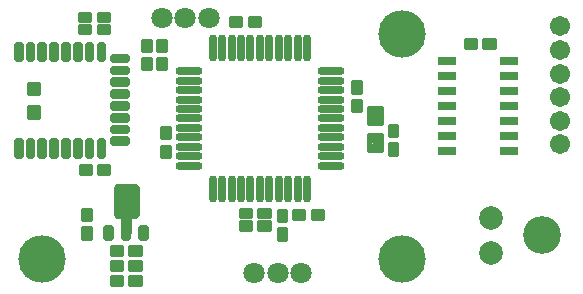
<source format=gts>
*
*
G04 PADS 9.3.1 Build Number: 456998 generated Gerber (RS-274-X) file*
G04 PC Version=2.1*
*
%IN "air_ssi_1101_00_RELEASE"*%
*
%MOIN*%
*
%FSLAX35Y35*%
*
*
*
*
G04 PC Standard Apertures*
*
*
G04 Thermal Relief Aperture macro.*
%AMTER*
1,1,$1,0,0*
1,0,$1-$2,0,0*
21,0,$3,$4,0,0,45*
21,0,$3,$4,0,0,135*
%
*
*
G04 Annular Aperture macro.*
%AMANN*
1,1,$1,0,0*
1,0,$2,0,0*
%
*
*
G04 Odd Aperture macro.*
%AMODD*
1,1,$1,0,0*
1,0,$1-0.005,0,0*
%
*
*
G04 PC Custom Aperture Macros*
*
*
*
*
*
*
G04 PC Aperture Table*
*
%ADD010C,0.001*%
%ADD022C,0.01*%
%ADD032C,0.012*%
%ADD033C,0.014*%
%ADD034C,0.07099*%
%ADD035C,0.158*%
%ADD036C,0.01981*%
%ADD037C,0.06706*%
%ADD038C,0.07887*%
%ADD039C,0.12611*%
%ADD040C,0.01587*%
%ADD041O,0.09068X0.02965*%
%ADD042O,0.02965X0.09068*%
%ADD043R,0.06115X0.02965*%
*
*
*
*
G04 PC Circuitry*
G04 Layer Name air_ssi_1101_00_RELEASE - circuitry*
%LPD*%
*
*
G04 PC Custom Flashes*
G04 Layer Name air_ssi_1101_00_RELEASE - flashes*
%LPD*%
*
*
G04 PC Circuitry*
G04 Layer Name air_ssi_1101_00_RELEASE - circuitry*
%LPD*%
*
G54D10*
G54D22*
G01X141683Y130098D02*
X139128D01*
Y121400*
X141683*
Y130098*
X139500Y121400D02*
Y130098D01*
X140000Y121400D02*
Y130098D01*
X140500Y121400D02*
Y130098D01*
X141000Y121400D02*
Y130098D01*
X141500Y121400D02*
Y130098D01*
X144243Y136613D02*
X143514Y137342D01*
X137297*
X136569Y136613*
Y127444*
X137297Y126715*
X143514*
X144243Y127444*
Y136613*
X137000Y127012D02*
Y137044D01*
X137500Y126715D02*
Y137342D01*
X138000Y126715D02*
Y137342D01*
X138500Y126715D02*
Y137342D01*
X139000Y126715D02*
Y137342D01*
X139500Y126715D02*
Y137342D01*
X140000Y126715D02*
Y137342D01*
X140500Y126715D02*
Y137342D01*
X141000Y126715D02*
Y137342D01*
X141500Y126715D02*
Y137342D01*
X142000Y126715D02*
Y137342D01*
X142500Y126715D02*
Y137342D01*
X143000Y126715D02*
Y137342D01*
X143500Y126715D02*
Y137342D01*
X144000Y127201D02*
Y136855D01*
G54D32*
X128400Y194400D02*
Y191800D01*
X125000*
Y194400*
X128400*
X125000Y192400D02*
X128400D01*
X125000Y193600D02*
X128400D01*
X125200Y191800D02*
Y194400D01*
X126400Y191800D02*
Y194400D01*
X127600Y191800D02*
Y194400D01*
X134600D02*
Y191800D01*
X131200*
Y194400*
X134600*
X131200Y192400D02*
X134600D01*
X131200Y193600D02*
X134600D01*
X131200Y191800D02*
Y194400D01*
X132400Y191800D02*
Y194400D01*
X133600Y191800D02*
Y194400D01*
X128400Y190400D02*
Y187800D01*
X125000*
Y190400*
X128400*
X125000Y188800D02*
X128400D01*
X125000Y190000D02*
X128400D01*
X125200Y187800D02*
Y190400D01*
X126400Y187800D02*
Y190400D01*
X127600Y187800D02*
Y190400D01*
X134600D02*
Y187800D01*
X131200*
Y190400*
X134600*
X131200Y188800D02*
X134600D01*
X131200Y190000D02*
X134600D01*
X131200Y187800D02*
Y190400D01*
X132400Y187800D02*
Y190400D01*
X133600Y187800D02*
Y190400D01*
X146000Y179200D02*
X148600D01*
Y175800*
X146000*
Y179200*
Y176800D02*
X148600D01*
X146000Y178000D02*
X148600D01*
X146000Y179200D02*
X148600D01*
X146800Y175800D02*
Y179200D01*
X148000Y175800D02*
Y179200D01*
X146000Y185400D02*
X148600D01*
Y182000*
X146000*
Y185400*
Y182800D02*
X148600D01*
X146000Y184000D02*
X148600D01*
X146000Y185200D02*
X148600D01*
X146800Y182000D02*
Y185400D01*
X148000Y182000D02*
Y185400D01*
X128600Y143600D02*
Y141000D01*
X125200*
Y143600*
X128600*
X125200Y142000D02*
X128600D01*
X125200Y143200D02*
X128600D01*
X125200Y141000D02*
Y143600D01*
X126400Y141000D02*
Y143600D01*
X127600Y141000D02*
Y143600D01*
X134800D02*
Y141000D01*
X131400*
Y143600*
X134800*
X131400Y142000D02*
X134800D01*
X131400Y143200D02*
X134800D01*
X132400Y141000D02*
Y143600D01*
X133600Y141000D02*
Y143600D01*
X134800Y141000D02*
Y143600D01*
X153600Y182000D02*
X151000D01*
Y185400*
X153600*
Y182000*
X151000Y182800D02*
X153600D01*
X151000Y184000D02*
X153600D01*
X151000Y185200D02*
X153600D01*
X151600Y182000D02*
Y185400D01*
X152800Y182000D02*
Y185400D01*
X153600Y175800D02*
X151000D01*
Y179200*
X153600*
Y175800*
X151000Y176800D02*
X153600D01*
X151000Y178000D02*
X153600D01*
X151000Y179200D02*
X153600D01*
X151600Y175800D02*
Y179200D01*
X152800Y175800D02*
Y179200D01*
X228200Y150800D02*
X230800D01*
Y147400*
X228200*
Y150800*
Y148000D02*
X230800D01*
X228200Y149200D02*
X230800D01*
X228200Y150400D02*
X230800D01*
X228400Y147400D02*
Y150800D01*
X229600Y147400D02*
Y150800D01*
X230800Y147400D02*
Y150800D01*
X228200Y157000D02*
X230800D01*
Y153600*
X228200*
Y157000*
Y154000D02*
X230800D01*
X228200Y155200D02*
X230800D01*
X228200Y156400D02*
X230800D01*
X228400Y153600D02*
Y157000D01*
X229600Y153600D02*
Y157000D01*
X230800Y153600D02*
Y157000D01*
X178800Y193000D02*
Y190400D01*
X175400*
Y193000*
X178800*
X175400Y191200D02*
X178800D01*
X175400Y192400D02*
X178800D01*
X175600Y190400D02*
Y193000D01*
X176800Y190400D02*
Y193000D01*
X178000Y190400D02*
Y193000D01*
X185000D02*
Y190400D01*
X181600*
Y193000*
X185000*
X181600Y191200D02*
X185000D01*
X181600Y192400D02*
X185000D01*
X181600Y190400D02*
Y193000D01*
X182800Y190400D02*
Y193000D01*
X184000Y190400D02*
Y193000D01*
X218600Y168100D02*
X216000D01*
Y171500*
X218600*
Y168100*
X216000Y168400D02*
X218600D01*
X216000Y169600D02*
X218600D01*
X216000Y170800D02*
X218600D01*
X216400Y168100D02*
Y171500D01*
X217600Y168100D02*
Y171500D01*
X218600Y161900D02*
X216000D01*
Y165300*
X218600*
Y161900*
X216000Y162400D02*
X218600D01*
X216000Y163600D02*
X218600D01*
X216000Y164800D02*
X218600D01*
X216400Y161900D02*
Y165300D01*
X217600Y161900D02*
Y165300D01*
X152500Y150000D02*
X155100D01*
Y146600*
X152500*
Y150000*
Y146800D02*
X155100D01*
X152500Y148000D02*
X155100D01*
X152500Y149200D02*
X155100D01*
X152800Y146600D02*
Y150000D01*
X154000Y146600D02*
Y150000D01*
X152500Y156200D02*
X155100D01*
Y152800*
X152500*
Y156200*
Y152800D02*
X155100D01*
X152500Y154000D02*
X155100D01*
X152500Y155200D02*
X155100D01*
X152800Y152800D02*
Y156200D01*
X154000Y152800D02*
Y156200D01*
X184800Y126500D02*
Y129100D01*
X188200*
Y126500*
X184800*
Y127600D02*
X188200D01*
X184800Y128800D02*
X188200D01*
X185200Y126500D02*
Y129100D01*
X186400Y126500D02*
Y129100D01*
X187600Y126500D02*
Y129100D01*
X178600Y126500D02*
Y129100D01*
X182000*
Y126500*
X178600*
Y127600D02*
X182000D01*
X178600Y128800D02*
X182000D01*
X179200Y126500D02*
Y129100D01*
X180400Y126500D02*
Y129100D01*
X181600Y126500D02*
Y129100D01*
X184800Y122200D02*
Y124800D01*
X188200*
Y122200*
X184800*
Y122800D02*
X188200D01*
X184800Y124000D02*
X188200D01*
X185200Y122200D02*
Y124800D01*
X186400Y122200D02*
Y124800D01*
X187600Y122200D02*
Y124800D01*
X178600Y122200D02*
Y124800D01*
X182000*
Y122200*
X178600*
Y122800D02*
X182000D01*
X178600Y124000D02*
X182000D01*
X179200Y122200D02*
Y124800D01*
X180400Y122200D02*
Y124800D01*
X181600Y122200D02*
Y124800D01*
X193800Y125300D02*
X191200D01*
Y128700*
X193800*
Y125300*
X191200Y126400D02*
X193800D01*
X191200Y127600D02*
X193800D01*
X191200Y125300D02*
Y128700D01*
X192400Y125300D02*
Y128700D01*
X193600Y125300D02*
Y128700D01*
X193800Y119100D02*
X191200D01*
Y122500*
X193800*
Y119100*
X191200Y119200D02*
X193800D01*
X191200Y120400D02*
X193800D01*
X191200Y121600D02*
X193800D01*
X191200Y119100D02*
Y122500D01*
X192400Y119100D02*
Y122500D01*
X193600Y119100D02*
Y122500D01*
X128700Y125600D02*
X126100D01*
Y129000*
X128700*
Y125600*
X126100Y126400D02*
X128700D01*
X126100Y127600D02*
X128700D01*
X126100Y128800D02*
X128700D01*
X126400Y125600D02*
Y129000D01*
X127600Y125600D02*
Y129000D01*
X128700Y119400D02*
X126100D01*
Y122800*
X128700*
Y119400*
X126100Y120400D02*
X128700D01*
X126100Y121600D02*
X128700D01*
X126100Y122800D02*
X128700D01*
X126400Y119400D02*
Y122800D01*
X127600Y119400D02*
Y122800D01*
X141800Y113900D02*
Y116500D01*
X145200*
Y113900*
X141800*
Y114400D02*
X145200D01*
X141800Y115600D02*
X145200D01*
X142000Y113900D02*
Y116500D01*
X143200Y113900D02*
Y116500D01*
X144400Y113900D02*
Y116500D01*
X135600Y113900D02*
Y116500D01*
X139000*
Y113900*
X135600*
Y114400D02*
X139000D01*
X135600Y115600D02*
X139000D01*
X136000Y113900D02*
Y116500D01*
X137200Y113900D02*
Y116500D01*
X138400Y113900D02*
Y116500D01*
X141800Y103900D02*
Y106500D01*
X145200*
Y103900*
X141800*
Y104800D02*
X145200D01*
X141800Y106000D02*
X145200D01*
X142000Y103900D02*
Y106500D01*
X143200Y103900D02*
Y106500D01*
X144400Y103900D02*
Y106500D01*
X135600Y103900D02*
Y106500D01*
X139000*
Y103900*
X135600*
Y104800D02*
X139000D01*
X135600Y106000D02*
X139000D01*
X136000Y103900D02*
Y106500D01*
X137200Y103900D02*
Y106500D01*
X138400Y103900D02*
Y106500D01*
X139000Y111500D02*
Y108900D01*
X135600*
Y111500*
X139000*
X135600Y109600D02*
X139000D01*
X135600Y110800D02*
X139000D01*
X136000Y108900D02*
Y111500D01*
X137200Y108900D02*
Y111500D01*
X138400Y108900D02*
Y111500D01*
X145200D02*
Y108900D01*
X141800*
Y111500*
X145200*
X141800Y109600D02*
X145200D01*
X141800Y110800D02*
X145200D01*
X142000Y108900D02*
Y111500D01*
X143200Y108900D02*
Y111500D01*
X144400Y108900D02*
Y111500D01*
X257000Y185700D02*
Y183100D01*
X253600*
Y185700*
X257000*
X253600Y184000D02*
X257000D01*
X253600Y185200D02*
X257000D01*
X253600Y183100D02*
Y185700D01*
X254800Y183100D02*
Y185700D01*
X256000Y183100D02*
Y185700D01*
X263200D02*
Y183100D01*
X259800*
Y185700*
X263200*
X259800Y184000D02*
X263200D01*
X259800Y185200D02*
X263200D01*
X260800Y183100D02*
Y185700D01*
X262000Y183100D02*
Y185700D01*
X263200Y183100D02*
Y185700D01*
X202600Y126100D02*
Y128700D01*
X206000*
Y126100*
X202600*
Y126400D02*
X206000D01*
X202600Y127600D02*
X206000D01*
X203200Y126100D02*
Y128700D01*
X204400Y126100D02*
Y128700D01*
X205600Y126100D02*
Y128700D01*
X196400Y126100D02*
Y128700D01*
X199800*
Y126100*
X196400*
Y126400D02*
X199800D01*
X196400Y127600D02*
X199800D01*
X197200Y126100D02*
Y128700D01*
X198400Y126100D02*
Y128700D01*
X199600Y126100D02*
Y128700D01*
G54D33*
X225600Y157600D02*
X221200D01*
Y163000*
X225600*
Y157600*
X221200Y158800D02*
X225600D01*
X221200Y160200D02*
X225600D01*
X221200Y161600D02*
X225600D01*
X221200Y163000D02*
X225600D01*
X221800Y157600D02*
Y163000D01*
X223200Y157600D02*
Y163000D01*
X224600Y157600D02*
Y163000D01*
X225600Y148600D02*
X221200D01*
Y154000*
X225600*
Y148600*
X221200Y149000D02*
X225600D01*
X221200Y150400D02*
X225600D01*
X221200Y151800D02*
X225600D01*
X221200Y153200D02*
X225600D01*
X221800Y148600D02*
Y154000D01*
X223200Y148600D02*
Y154000D01*
X224600Y148600D02*
Y154000D01*
G54D34*
X183100Y107800D03*
X190974D03*
X198848D03*
X168000Y193000D03*
X160126D03*
X152252D03*
G54D35*
X112500Y112500D03*
X232500D03*
Y187500D03*
G54D36*
X135287Y119725D02*
X133713D01*
Y122875*
X135287*
Y119725*
X133713Y119811D02*
X135287D01*
X133713Y121792D02*
X135287D01*
X141193Y119725D02*
X139618D01*
Y122875*
X141193*
Y119725*
X139618Y119811D02*
X141193D01*
X139618Y121792D02*
X141193D01*
X139622Y119725D02*
Y122875D01*
X147098Y119725D02*
X145524D01*
Y122875*
X147098*
Y119725*
X145524Y119811D02*
X147098D01*
X145524Y121792D02*
X147098D01*
X145565Y119725D02*
Y122875D01*
X105210Y147094D02*
X103990D01*
Y151819*
X105210*
Y147094*
X103990Y147546D02*
X105210D01*
X103990Y149528D02*
X105210D01*
X103990Y151509D02*
X105210D01*
X109147Y147094D02*
X107927D01*
Y151819*
X109147*
Y147094*
X107927Y147546D02*
X109147D01*
X107927Y149528D02*
X109147D01*
X107927Y151509D02*
X109147D01*
X113084Y147094D02*
X111864D01*
Y151819*
X113084*
Y147094*
X111864Y147546D02*
X113084D01*
X111864Y149528D02*
X113084D01*
X111864Y151509D02*
X113084D01*
X111887Y147094D02*
Y151819D01*
X117021Y147094D02*
X115801D01*
Y151819*
X117021*
Y147094*
X115801Y147546D02*
X117021D01*
X115801Y149528D02*
X117021D01*
X115801Y151509D02*
X117021D01*
X115849Y147094D02*
Y151819D01*
X120958Y147094D02*
X119738D01*
Y151819*
X120958*
Y147094*
X119738Y147546D02*
X120958D01*
X119738Y149528D02*
X120958D01*
X119738Y151509D02*
X120958D01*
X119811Y147094D02*
Y151819D01*
X124895Y147094D02*
X123675D01*
Y151819*
X124895*
Y147094*
X123675Y147546D02*
X124895D01*
X123675Y149528D02*
X124895D01*
X123675Y151509D02*
X124895D01*
X123773Y147094D02*
Y151819D01*
X128832Y147094D02*
X127612D01*
Y151819*
X128832*
Y147094*
X127612Y147546D02*
X128832D01*
X127612Y149528D02*
X128832D01*
X127612Y151509D02*
X128832D01*
X127735Y147094D02*
Y151819D01*
X132769Y147094D02*
X131549D01*
Y151819*
X132769*
Y147094*
X131549Y147546D02*
X132769D01*
X131549Y149528D02*
X132769D01*
X131549Y151509D02*
X132769D01*
X131698Y147094D02*
Y151819D01*
X140820Y152468D02*
Y151248D01*
X136096*
Y152468*
X140820*
X136096Y151509D02*
X140820D01*
X137641Y151248D02*
Y152468D01*
X139622Y151248D02*
Y152468D01*
X140820Y156405D02*
Y155185D01*
X136096*
Y156405*
X140820*
X136096Y155471D02*
X140820D01*
X137641Y155185D02*
Y156405D01*
X139622Y155185D02*
Y156405D01*
X140820Y160342D02*
Y159122D01*
X136096*
Y160342*
X140820*
X136096Y159433D02*
X140820D01*
X137641Y159122D02*
Y160342D01*
X139622Y159122D02*
Y160342D01*
X140820Y164279D02*
Y163059D01*
X136096*
Y164279*
X140820*
X136096Y163395D02*
X140820D01*
X137641Y163059D02*
Y164279D01*
X139622Y163059D02*
Y164279D01*
X140820Y168216D02*
Y166996D01*
X136096*
Y168216*
X140820*
X136096Y167357D02*
X140820D01*
X137641Y166996D02*
Y168216D01*
X139622Y166996D02*
Y168216D01*
X140820Y172153D02*
Y170933D01*
X136096*
Y172153*
X140820*
X136096Y171320D02*
X140820D01*
X137641Y170933D02*
Y172153D01*
X139622Y170933D02*
Y172153D01*
X140820Y176090D02*
Y174870D01*
X136096*
Y176090*
X140820*
X136096Y175282D02*
X140820D01*
X137641Y174870D02*
Y176090D01*
X139622Y174870D02*
Y176090D01*
X140820Y180027D02*
Y178807D01*
X136096*
Y180027*
X140820*
X136096Y179244D02*
X140820D01*
X137641Y178807D02*
Y180027D01*
X139622Y178807D02*
Y180027D01*
X132769Y179385D02*
X131549D01*
Y184110*
X132769*
Y179385*
X131549Y181225D02*
X132769D01*
X131549Y183206D02*
X132769D01*
X131698Y179385D02*
Y184110D01*
X128832Y179385D02*
X127612D01*
Y184110*
X128832*
Y179385*
X127612Y181225D02*
X128832D01*
X127612Y183206D02*
X128832D01*
X127735Y179385D02*
Y184110D01*
X124895Y179385D02*
X123675D01*
Y184110*
X124895*
Y179385*
X123675Y181225D02*
X124895D01*
X123675Y183206D02*
X124895D01*
X123773Y179385D02*
Y184110D01*
X120958Y179385D02*
X119738D01*
Y184110*
X120958*
Y179385*
X119738Y181225D02*
X120958D01*
X119738Y183206D02*
X120958D01*
X119811Y179385D02*
Y184110D01*
X117021Y179385D02*
X115801D01*
Y184110*
X117021*
Y179385*
X115801Y181225D02*
X117021D01*
X115801Y183206D02*
X117021D01*
X115849Y179385D02*
Y184110D01*
X113084Y179385D02*
X111864D01*
Y184110*
X113084*
Y179385*
X111864Y181225D02*
X113084D01*
X111864Y183206D02*
X113084D01*
X111887Y179385D02*
Y184110D01*
X109147Y179385D02*
X107927D01*
Y184110*
X109147*
Y179385*
X107927Y181225D02*
X109147D01*
X107927Y183206D02*
X109147D01*
X105210Y179385D02*
X103990D01*
Y184110*
X105210*
Y179385*
X103990Y181225D02*
X105210D01*
X103990Y183206D02*
X105210D01*
G54D37*
X284900Y190170D03*
Y182296D03*
Y174422D03*
Y166548D03*
Y158674D03*
Y150800D03*
G54D38*
X262092Y126406D03*
Y114594D03*
G54D39*
X279100Y120500D03*
G54D40*
X111096Y160126D02*
X107946D01*
Y163275*
X111096*
Y160126*
X107946Y160321D02*
X111096D01*
X107946Y161909D02*
X111096D01*
X109524Y160126D02*
Y163275D01*
X111096Y167925D02*
X107946D01*
Y171074*
X111096*
Y167925*
X107946Y168258D02*
X111096D01*
X107946Y169846D02*
X111096D01*
X109524Y167925D02*
Y171074D01*
G54D41*
X208622Y143752D03*
Y146902D03*
Y150051D03*
Y153201D03*
Y156350D03*
Y159500D03*
Y162650D03*
Y165799D03*
Y168949D03*
Y172098D03*
Y175248D03*
X161378D03*
Y172098D03*
Y168949D03*
Y165799D03*
Y162650D03*
Y159500D03*
Y156350D03*
Y153201D03*
Y150051D03*
Y146902D03*
Y143752D03*
G54D42*
X200748Y183122D03*
X197598D03*
X194449D03*
X191299D03*
X188150D03*
X185000D03*
X181850D03*
X178701D03*
X175551D03*
X172402D03*
X169252D03*
Y135878D03*
X172402D03*
X175551D03*
X178701D03*
X181850D03*
X185000D03*
X188150D03*
X191299D03*
X194449D03*
X197598D03*
X200748D03*
G54D43*
X247464Y178700D03*
Y173700D03*
Y168700D03*
Y163700D03*
Y158700D03*
Y153700D03*
Y148700D03*
X267936D03*
Y153700D03*
Y158700D03*
Y163700D03*
Y168700D03*
Y173700D03*
Y178700D03*
X0Y0D02*
M02*

</source>
